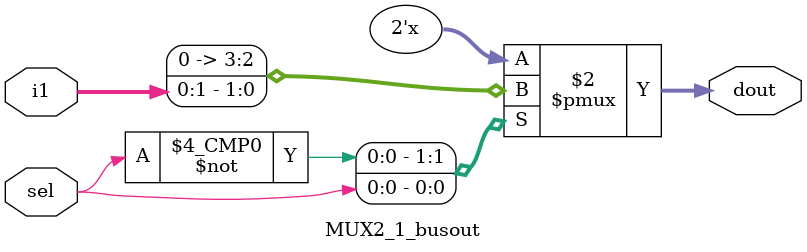
<source format=v>
`timescale 1ns / 1ps
module MUX2_1_busout(
	 input sel,
    input [0:1] i1,
    output reg [0:1] dout
    );

always begin
	case (sel) 
		1'b0: dout = 2'b00;
		1'b1: dout = i1;
	endcase
end

endmodule

</source>
